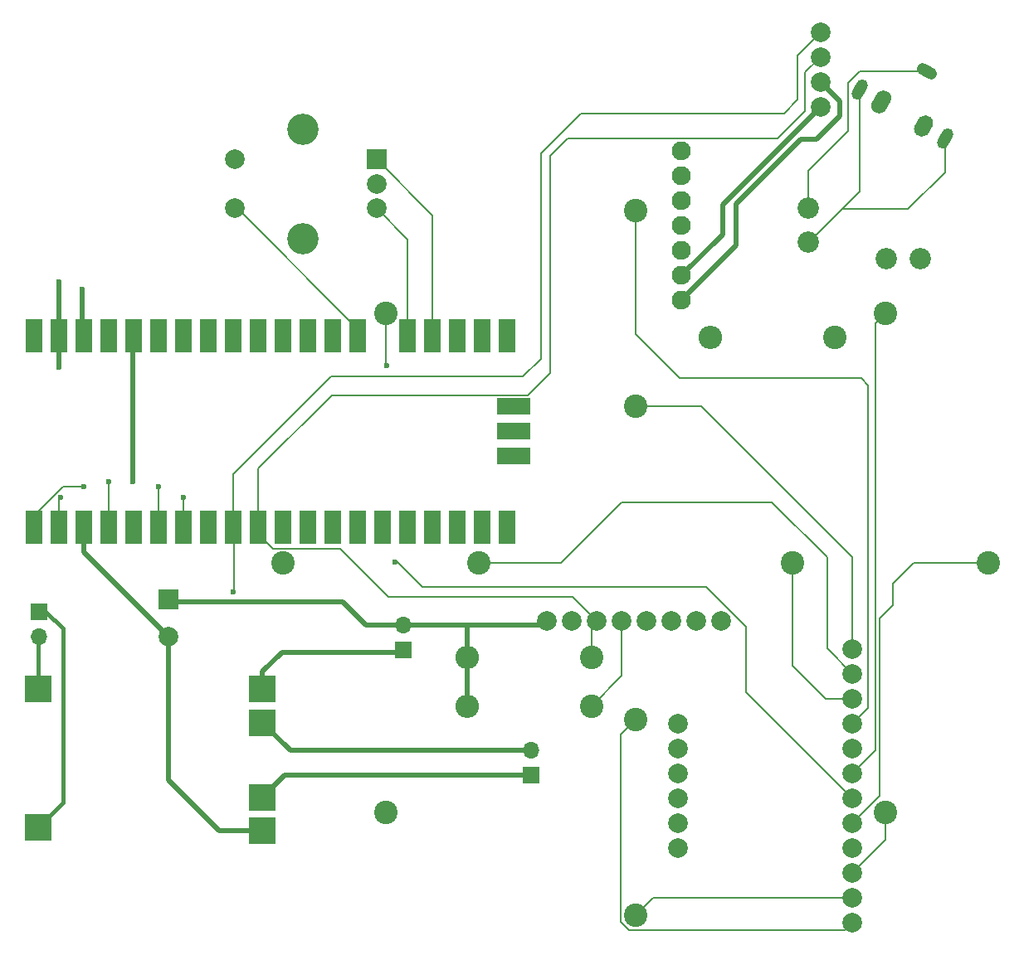
<source format=gbr>
%TF.GenerationSoftware,KiCad,Pcbnew,8.0.5*%
%TF.CreationDate,2024-09-20T22:11:25+01:00*%
%TF.ProjectId,Dodepan_PCB_THT.kicad_pro,446f6465-7061-46e5-9f50-43425f544854,rev?*%
%TF.SameCoordinates,Original*%
%TF.FileFunction,Copper,L1,Top*%
%TF.FilePolarity,Positive*%
%FSLAX46Y46*%
G04 Gerber Fmt 4.6, Leading zero omitted, Abs format (unit mm)*
G04 Created by KiCad (PCBNEW 8.0.5) date 2024-09-20 22:11:25*
%MOMM*%
%LPD*%
G01*
G04 APERTURE LIST*
G04 Aperture macros list*
%AMHorizOval*
0 Thick line with rounded ends*
0 $1 width*
0 $2 $3 position (X,Y) of the first rounded end (center of the circle)*
0 $4 $5 position (X,Y) of the second rounded end (center of the circle)*
0 Add line between two ends*
20,1,$1,$2,$3,$4,$5,0*
0 Add two circle primitives to create the rounded ends*
1,1,$1,$2,$3*
1,1,$1,$4,$5*%
G04 Aperture macros list end*
%TA.AperFunction,ComponentPad*%
%ADD10C,2.400000*%
%TD*%
%TA.AperFunction,ComponentPad*%
%ADD11O,2.400000X2.400000*%
%TD*%
%TA.AperFunction,ComponentPad*%
%ADD12C,1.930400*%
%TD*%
%TA.AperFunction,ComponentPad*%
%ADD13C,2.184400*%
%TD*%
%TA.AperFunction,ComponentPad*%
%ADD14R,1.700000X1.700000*%
%TD*%
%TA.AperFunction,ComponentPad*%
%ADD15O,1.700000X1.700000*%
%TD*%
%TA.AperFunction,ComponentPad*%
%ADD16R,2.800000X2.800000*%
%TD*%
%TA.AperFunction,ComponentPad*%
%ADD17C,2.000000*%
%TD*%
%TA.AperFunction,ComponentPad*%
%ADD18HorizOval,1.200000X-0.433013X0.250000X0.433013X-0.250000X0*%
%TD*%
%TA.AperFunction,ComponentPad*%
%ADD19HorizOval,1.200000X0.250000X0.433013X-0.250000X-0.433013X0*%
%TD*%
%TA.AperFunction,ComponentPad*%
%ADD20HorizOval,1.600000X0.175000X0.303109X-0.175000X-0.303109X0*%
%TD*%
%TA.AperFunction,ComponentPad*%
%ADD21HorizOval,1.200000X-0.250000X-0.433013X0.250000X0.433013X0*%
%TD*%
%TA.AperFunction,ComponentPad*%
%ADD22HorizOval,1.600000X-0.225000X-0.389711X0.225000X0.389711X0*%
%TD*%
%TA.AperFunction,SMDPad,CuDef*%
%ADD23R,1.700000X3.500000*%
%TD*%
%TA.AperFunction,SMDPad,CuDef*%
%ADD24R,3.500000X1.700000*%
%TD*%
%TA.AperFunction,ComponentPad*%
%ADD25R,2.000000X2.000000*%
%TD*%
%TA.AperFunction,ComponentPad*%
%ADD26C,3.200000*%
%TD*%
%TA.AperFunction,ViaPad*%
%ADD27C,0.600000*%
%TD*%
%TA.AperFunction,Conductor*%
%ADD28C,0.500000*%
%TD*%
%TA.AperFunction,Conductor*%
%ADD29C,0.200000*%
%TD*%
%TA.AperFunction,Conductor*%
%ADD30C,0.400000*%
%TD*%
G04 APERTURE END LIST*
D10*
%TO.P,R2,1*%
%TO.N,Net-(OLED1-SDA)*%
X143200000Y-110000000D03*
D11*
%TO.P,R2,2*%
%TO.N,VCC*%
X130500000Y-110000000D03*
%TD*%
D10*
%TO.P,R2,1*%
%TO.N,Net-(OLED1-SCL)*%
X143200000Y-105000000D03*
D11*
%TO.P,R2,2*%
%TO.N,VCC*%
X130500000Y-105000000D03*
%TD*%
D10*
%TO.P,E8,1,1*%
%TO.N,Net-(U4-LED4{slash}ELE8)*%
X147675600Y-59385200D03*
%TD*%
D12*
%TO.P,MAX98357A,1,DIN*%
%TO.N,Net-(U5-GPIO2)*%
X152400000Y-58391200D03*
%TO.P,MAX98357A,2,GAIN_SLOT*%
%TO.N,Net-(U6-GAIN_SLOT)*%
X152400000Y-60931200D03*
%TO.P,MAX98357A,3,GND*%
%TO.N,Earth*%
X152400000Y-66011200D03*
%TO.P,MAX98357A,4,~{SD_MODE}*%
%TO.N,unconnected-(U6-~{SD_MODE}-Pad4)*%
X152400000Y-63471200D03*
%TO.P,MAX98357A,7,VDD*%
%TO.N,VCC*%
X152400000Y-68551200D03*
D13*
%TO.P,MAX98357A,9,OUTP*%
%TO.N,Net-(U6-OUTP)*%
X165354000Y-62631200D03*
%TO.P,MAX98357A,10,OUTN*%
%TO.N,Net-(U6-OUTN)*%
X165354000Y-59131200D03*
D12*
%TO.P,MAX98357A,14,LRCLK*%
%TO.N,Net-(U5-GPIO1)*%
X152400000Y-53311200D03*
%TO.P,MAX98357A,16,BCLK*%
%TO.N,Net-(U5-GPIO0)*%
X152400000Y-55851200D03*
%TD*%
D13*
%TO.P,,9,OUTP*%
%TO.N,SPEAKERP*%
X176784000Y-64262000D03*
%TD*%
D10*
%TO.P,R1,1*%
%TO.N,Net-(U6-GAIN_SLOT)*%
X168046400Y-72288400D03*
D11*
%TO.P,R1,2*%
%TO.N,Earth*%
X155346400Y-72288400D03*
%TD*%
D14*
%TO.P,Battery,1*%
%TO.N,-BATT*%
X137000000Y-117048600D03*
D15*
%TO.P,Battery,2*%
%TO.N,+BATT*%
X137000000Y-114508600D03*
%TD*%
D10*
%TO.P,E6,1,1*%
%TO.N,Net-(U4-LED2{slash}ELE6)*%
X173151800Y-69900800D03*
%TD*%
D16*
%TO.P,TP4056,1,B+*%
%TO.N,+EXTERN_5V*%
X86741000Y-108203500D03*
%TO.P,TP4056,2,B-*%
%TO.N,-EXTERN_5V*%
X86741000Y-122403500D03*
%TO.P,TP4056,3,VCC_OUT*%
%TO.N,Net-(TP1-VCC_OUT)*%
X109641000Y-108203500D03*
%TO.P,TP4056,4,GND_OUT*%
%TO.N,Earth*%
X109641000Y-122703500D03*
%TO.P,TP4056,5*%
%TO.N,+BATT*%
X109641000Y-111703500D03*
%TO.P,TP4056,6,NC*%
%TO.N,-BATT*%
X109641000Y-119303500D03*
%TD*%
D10*
%TO.P,E11,1,1*%
%TO.N,Net-(U4-LED7{slash}ELE11)*%
X147701000Y-79375000D03*
%TD*%
%TO.P,E7,1,1*%
%TO.N,Net-(U4-LED3{slash}ELE7)*%
X122224800Y-69900800D03*
%TD*%
%TO.P,E0,1,1*%
%TO.N,Net-(U4-ELE0)*%
X147701000Y-111379000D03*
%TD*%
D17*
%TO.P,GY-521,1,VDD*%
%TO.N,VCC*%
X138684000Y-101269800D03*
%TO.P,GY-521,2,GND*%
%TO.N,Earth*%
X141224000Y-101269800D03*
%TO.P,GY-521,3,SCL*%
%TO.N,Net-(OLED1-SCL)*%
X143764000Y-101269800D03*
%TO.P,GY-521,4,SDA*%
%TO.N,Net-(OLED1-SDA)*%
X146304000Y-101269800D03*
%TO.P,GY-521,5,AUX_SDA*%
%TO.N,N/C*%
X148844000Y-101269800D03*
%TO.P,GY-521,6,AUX_SCL*%
%TO.N,unconnected-(U3-AUX_SCL-Pad6)*%
X151384000Y-101269800D03*
%TO.P,GY-521,7,AD0*%
%TO.N,unconnected-(U3-AD0-Pad7)*%
X153924000Y-101269800D03*
%TO.P,GY-521,8,INT*%
%TO.N,unconnected-(U3-INT-Pad8)*%
X156464000Y-101269800D03*
%TD*%
D14*
%TO.P,Extern_5V,1*%
%TO.N,-EXTERN_5V*%
X86868000Y-100330000D03*
D15*
%TO.P,Extern_5V,2*%
%TO.N,+EXTERN_5V*%
X86868000Y-102870000D03*
%TD*%
D10*
%TO.P,E4,1,1*%
%TO.N,Net-(U4-LED0{slash}ELE4)*%
X183692800Y-95377000D03*
%TD*%
%TO.P,E5,1,1*%
%TO.N,Net-(U4-LED1{slash}ELE5)*%
X111709200Y-95377000D03*
%TD*%
D14*
%TO.P,Power_sw,1*%
%TO.N,Net-(TP1-VCC_OUT)*%
X123975000Y-104250000D03*
D15*
%TO.P,Power_sw,2*%
%TO.N,VCC*%
X123975000Y-101710000D03*
%TD*%
D10*
%TO.P,E10,1,1*%
%TO.N,Net-(U4-LED6{slash}ELE10)*%
X131673600Y-95351600D03*
%TD*%
D17*
%TO.P,MPR121,1,VDD*%
%TO.N,+3.3V*%
X152044400Y-111760000D03*
%TO.P,MPR121,2,~{IRQ}*%
%TO.N,unconnected-(U4-~{IRQ}-Pad2)*%
X152044400Y-114300000D03*
%TO.P,MPR121,3,SCL*%
%TO.N,Net-(U4-SCL)*%
X152044400Y-116840000D03*
%TO.P,MPR121,4,SDA*%
%TO.N,Net-(U4-SDA)*%
X152044400Y-119380000D03*
%TO.P,MPR121,5,ADDR*%
%TO.N,unconnected-(U4-ADDR-Pad5)*%
X152044400Y-121920000D03*
%TO.P,MPR121,6,GND*%
%TO.N,Earth*%
X152044400Y-124460000D03*
%TO.P,MPR121,7,ELE0*%
%TO.N,Net-(U4-ELE0)*%
X169824400Y-132080000D03*
%TO.P,MPR121,8,ELE1*%
%TO.N,Net-(U4-ELE1)*%
X169824400Y-129540000D03*
%TO.P,MPR121,9,ELE2*%
%TO.N,Net-(U4-ELE2)*%
X169824400Y-127000000D03*
%TO.P,MPR121,10,ELE3*%
%TO.N,Net-(U4-ELE3)*%
X169824400Y-124460000D03*
%TO.P,MPR121,11,LED0/ELE4*%
%TO.N,Net-(U4-LED0{slash}ELE4)*%
X169824400Y-121920000D03*
%TO.P,MPR121,12,LED1/ELE5*%
%TO.N,Net-(U4-LED1{slash}ELE5)*%
X169824400Y-119380000D03*
%TO.P,MPR121,13,LED2/ELE6*%
%TO.N,Net-(U4-LED2{slash}ELE6)*%
X169824400Y-116840000D03*
%TO.P,MPR121,14,LED3/ELE7*%
%TO.N,Net-(U4-LED3{slash}ELE7)*%
X169824400Y-114300000D03*
%TO.P,MPR121,15,LED4/ELE8*%
%TO.N,Net-(U4-LED4{slash}ELE8)*%
X169824400Y-111760000D03*
%TO.P,MPR121,16,LED5/ELE9*%
%TO.N,Net-(U4-LED5{slash}ELE9)*%
X169824400Y-109220000D03*
%TO.P,MPR121,17,LED6/ELE10*%
%TO.N,Net-(U4-LED6{slash}ELE10)*%
X169824400Y-106680000D03*
%TO.P,MPR121,18,LED7/ELE11*%
%TO.N,Net-(U4-LED7{slash}ELE11)*%
X169824400Y-104140000D03*
%TD*%
D18*
%TO.P,3.5mm jack,G*%
%TO.N,Net-(U6-OUTN)*%
X177419873Y-45165064D03*
D19*
%TO.P,3.5mm jack,S*%
%TO.N,Net-(U6-OUTP)*%
X179250000Y-51995191D03*
D20*
%TO.P,3.5mm jack,SN*%
%TO.N,unconnected-(J1-PadSN)*%
X177084937Y-50745191D03*
D21*
%TO.P,3.5mm jack,T*%
%TO.N,Net-(U6-OUTP)*%
X170589746Y-46995191D03*
D22*
%TO.P,3.5mm jack,TN*%
%TO.N,SPEAKERP*%
X172754809Y-48245191D03*
%TD*%
D13*
%TO.P,,10,OUTN*%
%TO.N,Net-(U6-OUTN)*%
X173284000Y-64262000D03*
%TD*%
D10*
%TO.P,E2,1,1*%
%TO.N,Net-(U4-ELE2)*%
X173151800Y-120827800D03*
%TD*%
D23*
%TO.P,Raspberry Pi Pico 2,1,GPIO0*%
%TO.N,Net-(U5-GPIO0)*%
X86360000Y-91705000D03*
%TO.P,Raspberry Pi Pico 2,2,GPIO1*%
%TO.N,Net-(U5-GPIO1)*%
X88900000Y-91705000D03*
%TO.P,Raspberry Pi Pico 2,3,GND*%
%TO.N,Earth*%
X91440000Y-91705000D03*
%TO.P,Raspberry Pi Pico 2,4,GPIO2*%
%TO.N,Net-(U5-GPIO2)*%
X93980000Y-91705000D03*
%TO.P,Raspberry Pi Pico 2,5,GPIO3*%
%TO.N,unconnected-(U5-GPIO3-Pad5)*%
X96520000Y-91705000D03*
%TO.P,Raspberry Pi Pico 2,6,GPIO4*%
%TO.N,Net-(U4-SDA)*%
X99060000Y-91705000D03*
%TO.P,Raspberry Pi Pico 2,7,GPIO5*%
%TO.N,Net-(U4-SCL)*%
X101600000Y-91705000D03*
%TO.P,Raspberry Pi Pico 2,8,GND*%
%TO.N,unconnected-(U5-GND-Pad8)*%
X104140000Y-91705000D03*
%TO.P,Raspberry Pi Pico 2,9,GPIO6*%
%TO.N,Net-(OLED1-SDA)*%
X106680000Y-91705000D03*
%TO.P,Raspberry Pi Pico 2,10,GPIO7*%
%TO.N,Net-(OLED1-SCL)*%
X109220000Y-91705000D03*
%TO.P,Raspberry Pi Pico 2,11,GPIO8*%
%TO.N,unconnected-(U5-GPIO8-Pad11)*%
X111760000Y-91705000D03*
%TO.P,Raspberry Pi Pico 2,12,GPIO9*%
%TO.N,unconnected-(U5-GPIO9-Pad12)*%
X114300000Y-91705000D03*
%TO.P,Raspberry Pi Pico 2,13,GND*%
%TO.N,unconnected-(U5-GND-Pad13)*%
X116840000Y-91705000D03*
%TO.P,Raspberry Pi Pico 2,14,GPIO10*%
%TO.N,unconnected-(U5-GPIO10-Pad14)*%
X119380000Y-91705000D03*
%TO.P,Raspberry Pi Pico 2,15,GPIO11*%
%TO.N,unconnected-(U5-GPIO11-Pad15)*%
X121920000Y-91705000D03*
%TO.P,Raspberry Pi Pico 2,16,GPIO12*%
%TO.N,unconnected-(U5-GPIO12-Pad16)*%
X124460000Y-91705000D03*
%TO.P,Raspberry Pi Pico 2,17,GPIO13*%
%TO.N,unconnected-(U5-GPIO13-Pad17)*%
X127000000Y-91705000D03*
%TO.P,Raspberry Pi Pico 2,18,GND*%
%TO.N,unconnected-(U5-GND-Pad18)*%
X129540000Y-91705000D03*
%TO.P,Raspberry Pi Pico 2,19,GPIO14*%
%TO.N,unconnected-(U5-GPIO14-Pad19)*%
X132080000Y-91705000D03*
%TO.P,Raspberry Pi Pico 2,20,GPIO15*%
%TO.N,unconnected-(U5-GPIO15-Pad20)*%
X134620000Y-91705000D03*
%TO.P,Raspberry Pi Pico 2,21,GPIO16*%
%TO.N,unconnected-(U5-GPIO16-Pad21)*%
X134620000Y-72125000D03*
%TO.P,Raspberry Pi Pico 2,22,GPIO17*%
%TO.N,unconnected-(U5-GPIO17-Pad22)*%
X132080000Y-72125000D03*
%TO.P,Raspberry Pi Pico 2,23,GND*%
%TO.N,N/C*%
X129540000Y-72125000D03*
%TO.P,Raspberry Pi Pico 2,24,GPIO18*%
%TO.N,Net-(U5-GPIO18)*%
X127000000Y-72125000D03*
%TO.P,Raspberry Pi Pico 2,25,GPIO19*%
%TO.N,Net-(U5-GPIO19)*%
X124460000Y-72125000D03*
%TO.P,Raspberry Pi Pico 2,27,GPIO21*%
%TO.N,Net-(U5-GPIO21)*%
X119380000Y-72125000D03*
%TO.P,Raspberry Pi Pico 2,28,GND*%
%TO.N,unconnected-(U5-GND-Pad28)*%
X116840000Y-72125000D03*
%TO.P,Raspberry Pi Pico 2,29,GPIO22*%
%TO.N,unconnected-(U5-GPIO22-Pad29)*%
X114300000Y-72125000D03*
%TO.P,Raspberry Pi Pico 2,30,RUN*%
%TO.N,unconnected-(U5-RUN-Pad30)*%
X111760000Y-72125000D03*
%TO.P,Raspberry Pi Pico 2,31,GPIO26_ADC0*%
%TO.N,unconnected-(U5-GPIO26_ADC0-Pad31)*%
X109220000Y-72125000D03*
%TO.P,Raspberry Pi Pico 2,32,GPIO27_ADC1*%
%TO.N,unconnected-(U5-GPIO27_ADC1-Pad32)*%
X106680000Y-72125000D03*
%TO.P,Raspberry Pi Pico 2,33,AGND*%
%TO.N,unconnected-(U5-AGND-Pad33)*%
X104140000Y-72125000D03*
%TO.P,Raspberry Pi Pico 2,34,GPIO28_ADC2*%
%TO.N,unconnected-(U5-GPIO28_ADC2-Pad34)*%
X101600000Y-72125000D03*
%TO.P,Raspberry Pi Pico 2,35,ADC_VREF*%
%TO.N,unconnected-(U5-ADC_VREF-Pad35)*%
X99060000Y-72125000D03*
%TO.P,Raspberry Pi Pico 2,36,3V3*%
%TO.N,+3.3V*%
X96520000Y-72125000D03*
%TO.P,Raspberry Pi Pico 2,37,3V3_EN*%
%TO.N,unconnected-(U5-3V3_EN-Pad37)*%
X93980000Y-72125000D03*
%TO.P,Raspberry Pi Pico 2,38,GND*%
%TO.N,Earth*%
X91440000Y-72125000D03*
%TO.P,Raspberry Pi Pico 2,39,VSYS*%
%TO.N,VCC*%
X88900000Y-72125000D03*
%TO.P,Raspberry Pi Pico 2,40,VBUS*%
%TO.N,unconnected-(U5-VBUS-Pad40)*%
X86360000Y-72125000D03*
D24*
%TO.P,Raspberry Pi Pico 2,41,SWCLK*%
%TO.N,unconnected-(U5-SWCLK-Pad41)*%
X135290000Y-84455000D03*
%TO.P,Raspberry Pi Pico 2,42,GND*%
%TO.N,unconnected-(U5-GND-Pad42)*%
X135290000Y-81915000D03*
%TO.P,Raspberry Pi Pico 2,43,SWDIO*%
%TO.N,unconnected-(U5-SWDIO-Pad43)*%
X135290000Y-79375000D03*
%TD*%
D10*
%TO.P,E3,1,1*%
%TO.N,Net-(U4-ELE3)*%
X122250200Y-120853200D03*
%TD*%
D25*
%TO.P,C1,1*%
%TO.N,VCC*%
X100076000Y-99070000D03*
D17*
%TO.P,C1,2*%
%TO.N,Earth*%
X100076000Y-102870000D03*
%TD*%
D10*
%TO.P,E9,1,1*%
%TO.N,Net-(U4-LED5{slash}ELE9)*%
X163677600Y-95377000D03*
%TD*%
%TO.P,E1,1,1*%
%TO.N,Net-(U4-ELE1)*%
X147675600Y-131368800D03*
%TD*%
D17*
%TO.P,OLED,1,GND*%
%TO.N,Earth*%
X166560000Y-48768000D03*
%TO.P,OLED,2,VCC*%
%TO.N,VCC*%
X166560000Y-46228000D03*
%TO.P,OLED,3,SCL*%
%TO.N,Net-(OLED1-SCL)*%
X166560000Y-43688000D03*
%TO.P,OLED,4,SDA*%
%TO.N,Net-(OLED1-SDA)*%
X166560000Y-41148000D03*
%TD*%
D25*
%TO.P,Encoder,A,A*%
%TO.N,Net-(U5-GPIO18)*%
X121285000Y-54142000D03*
D17*
%TO.P,Encoder,B,B*%
%TO.N,Net-(U5-GPIO19)*%
X121285000Y-59142000D03*
%TO.P,Encoder,C,C*%
%TO.N,Earth*%
X121285000Y-56642000D03*
D26*
%TO.P,Encoder,MP*%
%TO.N,N/C*%
X113785000Y-62242000D03*
X113785000Y-51042000D03*
D17*
%TO.P,Encoder,S1,S1*%
%TO.N,Net-(U5-GPIO21)*%
X106785000Y-59142000D03*
%TO.P,Encoder,S2,S2*%
%TO.N,Earth*%
X106785000Y-54142000D03*
%TD*%
D27*
%TO.N,Earth*%
X91236800Y-67386200D03*
%TO.N,Net-(U4-LED1{slash}ELE5)*%
X123190000Y-95250000D03*
%TO.N,Net-(U4-LED3{slash}ELE7)*%
X122301000Y-75184000D03*
%TO.N,Net-(OLED1-SDA)*%
X106680000Y-98298000D03*
%TO.N,VCC*%
X88823800Y-66675000D03*
X88849200Y-75336400D03*
%TO.N,+3.3V*%
X96418400Y-87020400D03*
%TO.N,Net-(U4-SCL)*%
X101549200Y-88671400D03*
%TO.N,Net-(U4-SDA)*%
X99009200Y-87604600D03*
%TO.N,Net-(U5-GPIO0)*%
X91440000Y-87604600D03*
%TO.N,Net-(U5-GPIO1)*%
X89027000Y-88696800D03*
%TO.N,Net-(U5-GPIO2)*%
X93929200Y-87045800D03*
%TD*%
D28*
%TO.N,Earth*%
X166560000Y-48768000D02*
X156565600Y-58762400D01*
X156565600Y-58762400D02*
X156565600Y-61845600D01*
X156565600Y-61845600D02*
X152400000Y-66011200D01*
%TO.N,VCC*%
X152400000Y-68551200D02*
X157988000Y-62963200D01*
X157988000Y-62963200D02*
X157988000Y-58674000D01*
X157988000Y-58674000D02*
X164592000Y-52070000D01*
X168500000Y-48168000D02*
X166560000Y-46228000D01*
X164592000Y-52070000D02*
X166180000Y-52070000D01*
X166180000Y-52070000D02*
X168500000Y-49750000D01*
X168500000Y-49750000D02*
X168500000Y-48168000D01*
D29*
%TO.N,Net-(OLED1-SDA)*%
X166560000Y-41148000D02*
X166560000Y-41190000D01*
X166560000Y-41190000D02*
X164250000Y-43500000D01*
X164250000Y-48000000D02*
X162821600Y-49428400D01*
X164250000Y-43500000D02*
X164250000Y-48000000D01*
X162821600Y-49428400D02*
X142113000Y-49428400D01*
X142113000Y-49428400D02*
X138023600Y-53517800D01*
X138023600Y-53517800D02*
X138023600Y-74498200D01*
X138023600Y-74498200D02*
X136194800Y-76327000D01*
X136194800Y-76327000D02*
X116662200Y-76327000D01*
X116662200Y-76327000D02*
X106680000Y-86309200D01*
X106680000Y-86309200D02*
X106680000Y-90805000D01*
%TO.N,Net-(OLED1-SCL)*%
X166560000Y-43688000D02*
X166560000Y-43690000D01*
X116694600Y-78225000D02*
X109194600Y-85725000D01*
X166560000Y-43690000D02*
X165000000Y-45250000D01*
X138988800Y-75927485D02*
X136691285Y-78225000D01*
X109194600Y-90779600D02*
X109220000Y-90805000D01*
X165000000Y-45250000D02*
X165000000Y-49250000D01*
X165000000Y-49250000D02*
X162204000Y-52046000D01*
X162204000Y-52046000D02*
X140765400Y-52046000D01*
X140765400Y-52046000D02*
X138988800Y-53822600D01*
X138988800Y-53822600D02*
X138988800Y-75927485D01*
X109194600Y-85725000D02*
X109194600Y-90779600D01*
X136691285Y-78225000D02*
X116694600Y-78225000D01*
%TO.N,Net-(U6-OUTN)*%
X177419873Y-45165064D02*
X170584936Y-45165064D01*
X165354000Y-55296000D02*
X165354000Y-59131200D01*
X170584936Y-45165064D02*
X169373927Y-46376073D01*
X169373927Y-51276073D02*
X165354000Y-55296000D01*
X169373927Y-46376073D02*
X169373927Y-51276073D01*
%TO.N,Net-(U6-OUTP)*%
X166570600Y-61414600D02*
X168717600Y-59267600D01*
X168717600Y-59267600D02*
X168803200Y-59182000D01*
X170589746Y-46995191D02*
X170589746Y-57395454D01*
X170589746Y-57395454D02*
X168717600Y-59267600D01*
X168803200Y-59182000D02*
X175514000Y-59182000D01*
X175514000Y-59182000D02*
X179250000Y-55446000D01*
X179250000Y-55446000D02*
X179250000Y-51995191D01*
D28*
%TO.N,-BATT*%
X137000000Y-117048600D02*
X111895900Y-117048600D01*
X111895900Y-117048600D02*
X109641000Y-119303500D01*
%TO.N,+BATT*%
X137000000Y-114508600D02*
X112446100Y-114508600D01*
X112446100Y-114508600D02*
X109641000Y-111703500D01*
D29*
%TO.N,Net-(OLED1-SDA)*%
X143200000Y-110000000D02*
X146304000Y-106896000D01*
X146304000Y-106896000D02*
X146304000Y-101269800D01*
%TO.N,Net-(OLED1-SCL)*%
X143200000Y-105000000D02*
X143200000Y-101833800D01*
X143200000Y-101833800D02*
X143764000Y-101269800D01*
D28*
%TO.N,VCC*%
X138243800Y-101710000D02*
X130500000Y-101710000D01*
X130500000Y-101710000D02*
X120175800Y-101710000D01*
X130500000Y-110000000D02*
X130500000Y-101710000D01*
%TO.N,Net-(TP1-VCC_OUT)*%
X109641000Y-108203500D02*
X109641000Y-106462200D01*
X109641000Y-106462200D02*
X111603200Y-104500000D01*
X111603200Y-104500000D02*
X123725000Y-104500000D01*
X123725000Y-104500000D02*
X123975000Y-104250000D01*
%TO.N,VCC*%
X138684000Y-101269800D02*
X138243800Y-101710000D01*
X120175800Y-101710000D02*
X117779800Y-99314000D01*
X117779800Y-99314000D02*
X100320000Y-99314000D01*
X100320000Y-99314000D02*
X100076000Y-99070000D01*
%TO.N,Earth*%
X91236800Y-72821800D02*
X91440000Y-73025000D01*
X91236800Y-67386200D02*
X91236800Y-72821800D01*
X91440000Y-90805000D02*
X91440000Y-94234000D01*
X91440000Y-94234000D02*
X100076000Y-102870000D01*
X105228300Y-122703500D02*
X100076000Y-117551200D01*
X100076000Y-117551200D02*
X100076000Y-102870000D01*
X109641000Y-122703500D02*
X105228300Y-122703500D01*
D29*
%TO.N,Net-(U4-ELE0)*%
X146175600Y-112904400D02*
X147701000Y-111379000D01*
X147054279Y-132868800D02*
X146175600Y-131990121D01*
X169035600Y-132868800D02*
X147054279Y-132868800D01*
X169824400Y-132080000D02*
X169035600Y-132868800D01*
X146175600Y-131990121D02*
X146175600Y-112904400D01*
%TO.N,Net-(U4-ELE2)*%
X173151800Y-123672600D02*
X169824400Y-127000000D01*
X173151800Y-120827800D02*
X173151800Y-123672600D01*
%TO.N,Net-(U4-LED0{slash}ELE4)*%
X172567600Y-101030872D02*
X172567600Y-119176800D01*
X173964600Y-99633872D02*
X172567600Y-101030872D01*
X176098200Y-95377000D02*
X173964600Y-97510600D01*
X183692800Y-95377000D02*
X176098200Y-95377000D01*
X173964600Y-97510600D02*
X173964600Y-99633872D01*
X172567600Y-119176800D02*
X169824400Y-121920000D01*
%TO.N,Net-(U4-LED2{slash}ELE6)*%
X173151800Y-69900800D02*
X172167600Y-70885000D01*
X172167600Y-70885000D02*
X172167600Y-114496800D01*
X172167600Y-114496800D02*
X169824400Y-116840000D01*
%TO.N,Net-(U4-LED4{slash}ELE8)*%
X169824400Y-111760000D02*
X171450000Y-110134400D01*
X170713400Y-76504800D02*
X152171400Y-76504800D01*
X152171400Y-76504800D02*
X147675600Y-72009000D01*
X171450000Y-110134400D02*
X171450000Y-77241400D01*
X171450000Y-77241400D02*
X170713400Y-76504800D01*
X147675600Y-72009000D02*
X147675600Y-59385200D01*
%TO.N,Net-(U4-LED6{slash}ELE10)*%
X167246886Y-94806086D02*
X161594800Y-89154000D01*
X146304000Y-89154000D02*
X140106400Y-95351600D01*
X169824400Y-106680000D02*
X167246886Y-104102486D01*
X161594800Y-89154000D02*
X146304000Y-89154000D01*
X140106400Y-95351600D02*
X131673600Y-95351600D01*
X167246886Y-104102486D02*
X167246886Y-94806086D01*
%TO.N,Net-(U4-ELE1)*%
X169824400Y-129540000D02*
X149504400Y-129540000D01*
X149504400Y-129540000D02*
X147675600Y-131368800D01*
%TO.N,Net-(U4-LED1{slash}ELE5)*%
X159004000Y-108559600D02*
X169824400Y-119380000D01*
X125984000Y-97790000D02*
X154940000Y-97790000D01*
X123444000Y-95250000D02*
X125984000Y-97790000D01*
X154940000Y-97790000D02*
X159004000Y-101854000D01*
X123190000Y-95250000D02*
X123444000Y-95250000D01*
X159004000Y-101854000D02*
X159004000Y-108559600D01*
%TO.N,Net-(U4-LED3{slash}ELE7)*%
X122301000Y-75184000D02*
X122224800Y-75107800D01*
X122224800Y-75107800D02*
X122224800Y-69900800D01*
%TO.N,Net-(U4-LED5{slash}ELE9)*%
X163677600Y-105816400D02*
X167081200Y-109220000D01*
X167081200Y-109220000D02*
X169824400Y-109220000D01*
X163677600Y-95377000D02*
X163677600Y-105816400D01*
%TO.N,Net-(U4-LED7{slash}ELE11)*%
X169824400Y-94792800D02*
X154406600Y-79375000D01*
X154406600Y-79375000D02*
X147701000Y-79375000D01*
X169824400Y-104140000D02*
X169824400Y-94792800D01*
%TO.N,Net-(U6-OUTP)*%
X166570600Y-61414600D02*
X165354000Y-62631200D01*
%TO.N,Net-(OLED1-SCL)*%
X143764000Y-101269800D02*
X141300200Y-98806000D01*
X110732000Y-93877000D02*
X109220000Y-92365000D01*
X117524400Y-93877000D02*
X110732000Y-93877000D01*
X141300200Y-98806000D02*
X122453400Y-98806000D01*
X122453400Y-98806000D02*
X117524400Y-93877000D01*
X109220000Y-92365000D02*
X109220000Y-90805000D01*
%TO.N,Net-(OLED1-SDA)*%
X106705400Y-98272600D02*
X106705400Y-90830400D01*
X106705400Y-90830400D02*
X106680000Y-90805000D01*
X106680000Y-98298000D02*
X106705400Y-98272600D01*
%TO.N,Net-(U5-GPIO19)*%
X121285000Y-59142000D02*
X124460000Y-62317000D01*
X124460000Y-62317000D02*
X124460000Y-73025000D01*
%TO.N,Net-(U5-GPIO21)*%
X106785000Y-59142000D02*
X107057000Y-59142000D01*
X107057000Y-59142000D02*
X119380000Y-71465000D01*
X119380000Y-71465000D02*
X119380000Y-73025000D01*
D30*
%TO.N,+EXTERN_5V*%
X86741000Y-108203500D02*
X86741000Y-102997000D01*
X86741000Y-102997000D02*
X86868000Y-102870000D01*
%TO.N,-EXTERN_5V*%
X87528400Y-100330000D02*
X86868000Y-100330000D01*
X89281000Y-102082600D02*
X87528400Y-100330000D01*
X86741000Y-122403500D02*
X89281000Y-119863500D01*
X89281000Y-119863500D02*
X89281000Y-102082600D01*
D28*
%TO.N,VCC*%
X88849200Y-73075800D02*
X88900000Y-73025000D01*
X88849200Y-75336400D02*
X88849200Y-73075800D01*
X88823800Y-66675000D02*
X88823800Y-72948800D01*
X88823800Y-72948800D02*
X88900000Y-73025000D01*
%TO.N,+3.3V*%
X96418400Y-87020400D02*
X96418400Y-73126600D01*
X96418400Y-73126600D02*
X96520000Y-73025000D01*
D29*
%TO.N,Net-(U4-SCL)*%
X101549200Y-90754200D02*
X101600000Y-90805000D01*
X101549200Y-88671400D02*
X101549200Y-90754200D01*
%TO.N,Net-(U4-SDA)*%
X99009200Y-87604600D02*
X99009200Y-90754200D01*
X99009200Y-90754200D02*
X99060000Y-90805000D01*
%TO.N,Net-(U5-GPIO0)*%
X91440000Y-87604600D02*
X89270671Y-87604600D01*
X86360000Y-90515271D02*
X86360000Y-90805000D01*
X89270671Y-87604600D02*
X86360000Y-90515271D01*
%TO.N,Net-(U5-GPIO1)*%
X88900000Y-88823800D02*
X89027000Y-88696800D01*
X88900000Y-90805000D02*
X88900000Y-88823800D01*
%TO.N,Net-(U5-GPIO2)*%
X93929200Y-90754200D02*
X93980000Y-90805000D01*
X93929200Y-87045800D02*
X93929200Y-90754200D01*
%TO.N,Net-(U5-GPIO18)*%
X121285000Y-54142000D02*
X127000000Y-59857000D01*
X127000000Y-59857000D02*
X127000000Y-73025000D01*
%TD*%
M02*

</source>
